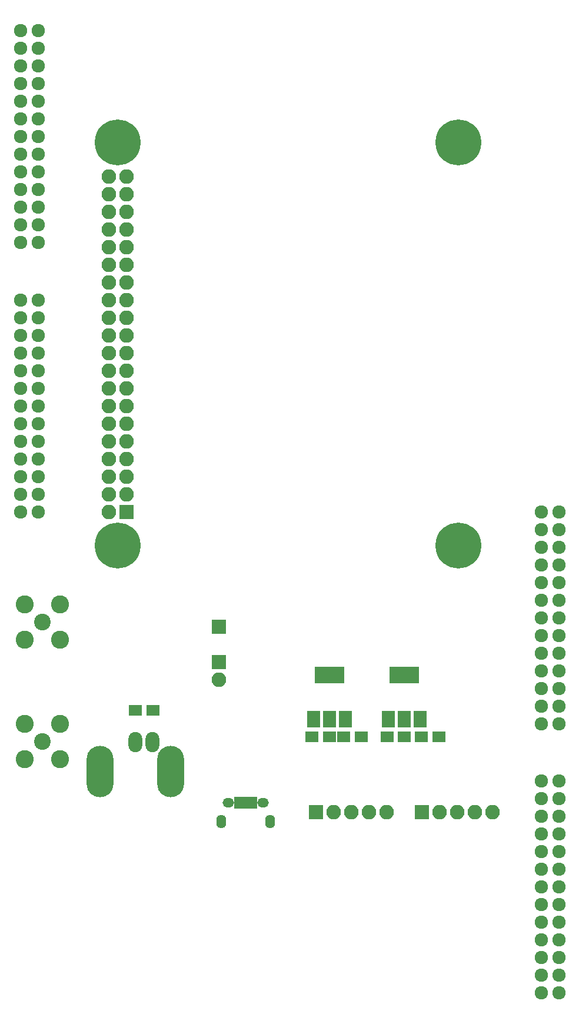
<source format=gbr>
G04 #@! TF.GenerationSoftware,KiCad,Pcbnew,(2017-06-14 revision cf083a20c)-makepkg*
G04 #@! TF.CreationDate,2017-07-19T11:09:17+02:00*
G04 #@! TF.ProjectId,dds_pi,6464735F70692E6B696361645F706362,1.0*
G04 #@! TF.SameCoordinates,Original
G04 #@! TF.FileFunction,Soldermask,Top*
G04 #@! TF.FilePolarity,Negative*
%FSLAX46Y46*%
G04 Gerber Fmt 4.6, Leading zero omitted, Abs format (unit mm)*
G04 Created by KiCad (PCBNEW (2017-06-14 revision cf083a20c)-makepkg) date 07/19/17 11:09:17*
%MOMM*%
%LPD*%
G01*
G04 APERTURE LIST*
%ADD10C,0.150000*%
%ADD11C,1.924000*%
%ADD12C,6.600000*%
%ADD13O,2.100000X2.100000*%
%ADD14R,2.100000X2.100000*%
%ADD15C,2.400000*%
%ADD16C,2.600000*%
%ADD17R,1.900000X1.650000*%
%ADD18O,2.000200X2.899360*%
%ADD19O,3.900120X7.400240*%
%ADD20O,1.400000X1.950000*%
%ADD21O,1.650000X1.350000*%
%ADD22R,0.800000X1.750000*%
%ADD23R,1.900000X2.400000*%
%ADD24R,4.200000X2.400000*%
G04 APERTURE END LIST*
D10*
D11*
X138430000Y-177800000D03*
X135890000Y-177800000D03*
X138430000Y-175260000D03*
X135890000Y-175260000D03*
X138430000Y-172720000D03*
X135890000Y-172720000D03*
X138430000Y-170180000D03*
X135890000Y-170180000D03*
X138430000Y-167640000D03*
X135890000Y-167640000D03*
X138430000Y-165100000D03*
X135890000Y-165100000D03*
X138430000Y-162560000D03*
X135890000Y-162560000D03*
X138430000Y-160020000D03*
X135890000Y-160020000D03*
X138430000Y-157480000D03*
X135890000Y-157480000D03*
X138430000Y-154940000D03*
X135890000Y-154940000D03*
X138430000Y-152400000D03*
X135890000Y-152400000D03*
X138430000Y-149860000D03*
X135890000Y-149860000D03*
X138430000Y-147320000D03*
X135890000Y-147320000D03*
X135890000Y-108585000D03*
X138430000Y-108585000D03*
X135890000Y-111125000D03*
X138430000Y-111125000D03*
X135890000Y-113665000D03*
X138430000Y-113665000D03*
X135890000Y-116205000D03*
X138430000Y-116205000D03*
X135890000Y-118745000D03*
X138430000Y-118745000D03*
X135890000Y-121285000D03*
X138430000Y-121285000D03*
X135890000Y-123825000D03*
X138430000Y-123825000D03*
X135890000Y-126365000D03*
X138430000Y-126365000D03*
X135890000Y-128905000D03*
X138430000Y-128905000D03*
X135890000Y-131445000D03*
X138430000Y-131445000D03*
X135890000Y-133985000D03*
X138430000Y-133985000D03*
X135890000Y-136525000D03*
X138430000Y-136525000D03*
X135890000Y-139065000D03*
X138430000Y-139065000D03*
X60960000Y-39370000D03*
X63500000Y-39370000D03*
X60960000Y-41910000D03*
X63500000Y-41910000D03*
X60960000Y-44450000D03*
X63500000Y-44450000D03*
X60960000Y-46990000D03*
X63500000Y-46990000D03*
X60960000Y-49530000D03*
X63500000Y-49530000D03*
X60960000Y-52070000D03*
X63500000Y-52070000D03*
X60960000Y-54610000D03*
X63500000Y-54610000D03*
X60960000Y-57150000D03*
X63500000Y-57150000D03*
X60960000Y-59690000D03*
X63500000Y-59690000D03*
X60960000Y-62230000D03*
X63500000Y-62230000D03*
X60960000Y-64770000D03*
X63500000Y-64770000D03*
X60960000Y-67310000D03*
X63500000Y-67310000D03*
X60960000Y-69850000D03*
X63500000Y-69850000D03*
X63500000Y-108585000D03*
X60960000Y-108585000D03*
X63500000Y-106045000D03*
X60960000Y-106045000D03*
X63500000Y-103505000D03*
X60960000Y-103505000D03*
X63500000Y-100965000D03*
X60960000Y-100965000D03*
X63500000Y-98425000D03*
X60960000Y-98425000D03*
X63500000Y-95885000D03*
X60960000Y-95885000D03*
X63500000Y-93345000D03*
X60960000Y-93345000D03*
X63500000Y-90805000D03*
X60960000Y-90805000D03*
X63500000Y-88265000D03*
X60960000Y-88265000D03*
X63500000Y-85725000D03*
X60960000Y-85725000D03*
X63500000Y-83185000D03*
X60960000Y-83185000D03*
X63500000Y-80645000D03*
X60960000Y-80645000D03*
X63500000Y-78105000D03*
X60960000Y-78105000D03*
D12*
X123930000Y-55455000D03*
X123930000Y-113455000D03*
X74930000Y-113455000D03*
X74930000Y-55455000D03*
D13*
X73660000Y-60325000D03*
X76200000Y-60325000D03*
X73660000Y-62865000D03*
X76200000Y-62865000D03*
X73660000Y-65405000D03*
X76200000Y-65405000D03*
X73660000Y-67945000D03*
X76200000Y-67945000D03*
X73660000Y-70485000D03*
X76200000Y-70485000D03*
X73660000Y-73025000D03*
X76200000Y-73025000D03*
X73660000Y-75565000D03*
X76200000Y-75565000D03*
X73660000Y-78105000D03*
X76200000Y-78105000D03*
X73660000Y-80645000D03*
X76200000Y-80645000D03*
X73660000Y-83185000D03*
X76200000Y-83185000D03*
X73660000Y-85725000D03*
X76200000Y-85725000D03*
X73660000Y-88265000D03*
X76200000Y-88265000D03*
X73660000Y-90805000D03*
X76200000Y-90805000D03*
X73660000Y-93345000D03*
X76200000Y-93345000D03*
X73660000Y-95885000D03*
X76200000Y-95885000D03*
X73660000Y-98425000D03*
X76200000Y-98425000D03*
X73660000Y-100965000D03*
X76200000Y-100965000D03*
X73660000Y-103505000D03*
X76200000Y-103505000D03*
X73660000Y-106045000D03*
X76200000Y-106045000D03*
X73660000Y-108585000D03*
D14*
X76200000Y-108585000D03*
D15*
X64135000Y-124460000D03*
D16*
X66675000Y-127000000D03*
X66675000Y-121920000D03*
X61595000Y-121920000D03*
X61595000Y-127000000D03*
D17*
X79990000Y-137160000D03*
X77490000Y-137160000D03*
X109962000Y-140970000D03*
X107462000Y-140970000D03*
X118638000Y-140970000D03*
X121138000Y-140970000D03*
X105390000Y-140970000D03*
X102890000Y-140970000D03*
X113685000Y-140970000D03*
X116185000Y-140970000D03*
D18*
X79969360Y-141683740D03*
X77470000Y-141683740D03*
D19*
X72369680Y-145948400D03*
X82567780Y-145948400D03*
D20*
X96845000Y-153115000D03*
X89845000Y-153115000D03*
D21*
X95845000Y-150415000D03*
X90845000Y-150415000D03*
D22*
X94645000Y-150415000D03*
X93995000Y-150415000D03*
X93345000Y-150415000D03*
X92695000Y-150415000D03*
X92045000Y-150415000D03*
D15*
X64135000Y-141605000D03*
D16*
X66675000Y-144145000D03*
X66675000Y-139065000D03*
X61595000Y-139065000D03*
X61595000Y-144145000D03*
D13*
X89535000Y-132715000D03*
D14*
X89535000Y-130175000D03*
D13*
X113665000Y-151765000D03*
X111125000Y-151765000D03*
X108585000Y-151765000D03*
X106045000Y-151765000D03*
D14*
X103505000Y-151765000D03*
X118745000Y-151765000D03*
D13*
X121285000Y-151765000D03*
X123825000Y-151765000D03*
X126365000Y-151765000D03*
X128905000Y-151765000D03*
D14*
X89535000Y-125095000D03*
D23*
X103110000Y-138405000D03*
X107710000Y-138405000D03*
X105410000Y-138405000D03*
D24*
X105410000Y-132105000D03*
X116205000Y-132105000D03*
D23*
X116205000Y-138405000D03*
X118505000Y-138405000D03*
X113905000Y-138405000D03*
M02*

</source>
